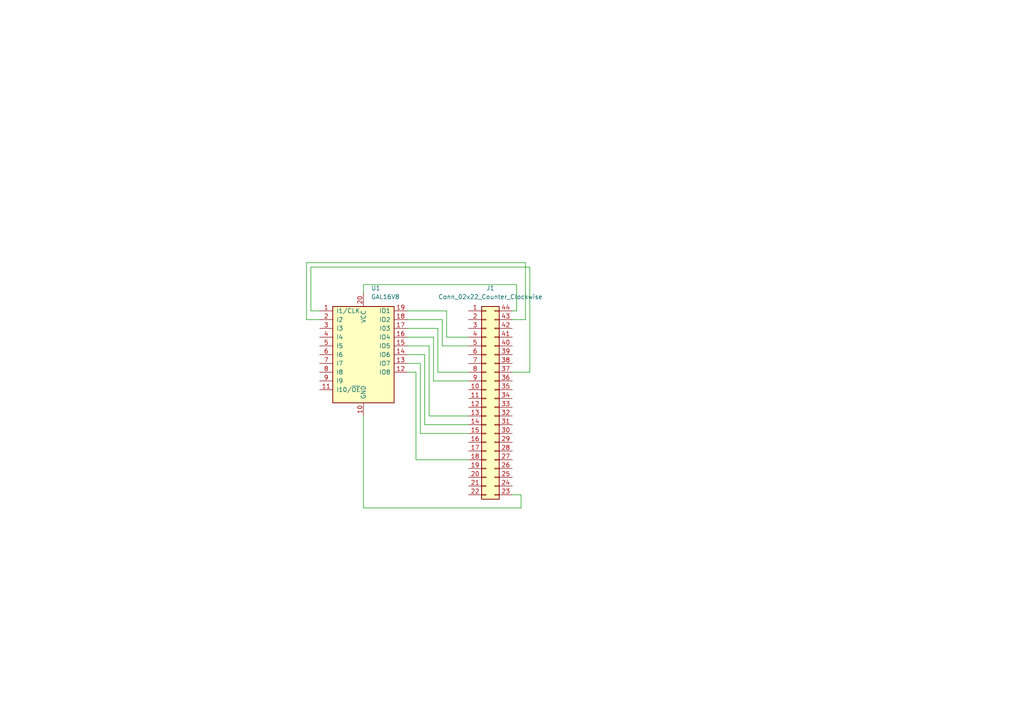
<source format=kicad_sch>
(kicad_sch (version 20230121) (generator eeschema)

  (uuid 243c0dc6-55b4-4fdc-9330-057c0ad77335)

  (paper "A4")

  (lib_symbols
    (symbol "Connector_Generic:Conn_02x22_Counter_Clockwise" (pin_names (offset 1.016) hide) (in_bom yes) (on_board yes)
      (property "Reference" "J" (at 1.27 27.94 0)
        (effects (font (size 1.27 1.27)))
      )
      (property "Value" "Conn_02x22_Counter_Clockwise" (at 1.27 -30.48 0)
        (effects (font (size 1.27 1.27)))
      )
      (property "Footprint" "" (at 0 0 0)
        (effects (font (size 1.27 1.27)) hide)
      )
      (property "Datasheet" "~" (at 0 0 0)
        (effects (font (size 1.27 1.27)) hide)
      )
      (property "ki_keywords" "connector" (at 0 0 0)
        (effects (font (size 1.27 1.27)) hide)
      )
      (property "ki_description" "Generic connector, double row, 02x22, counter clockwise pin numbering scheme (similar to DIP package numbering), script generated (kicad-library-utils/schlib/autogen/connector/)" (at 0 0 0)
        (effects (font (size 1.27 1.27)) hide)
      )
      (property "ki_fp_filters" "Connector*:*_2x??_*" (at 0 0 0)
        (effects (font (size 1.27 1.27)) hide)
      )
      (symbol "Conn_02x22_Counter_Clockwise_1_1"
        (rectangle (start -1.27 -27.813) (end 0 -28.067)
          (stroke (width 0.1524) (type default))
          (fill (type none))
        )
        (rectangle (start -1.27 -25.273) (end 0 -25.527)
          (stroke (width 0.1524) (type default))
          (fill (type none))
        )
        (rectangle (start -1.27 -22.733) (end 0 -22.987)
          (stroke (width 0.1524) (type default))
          (fill (type none))
        )
        (rectangle (start -1.27 -20.193) (end 0 -20.447)
          (stroke (width 0.1524) (type default))
          (fill (type none))
        )
        (rectangle (start -1.27 -17.653) (end 0 -17.907)
          (stroke (width 0.1524) (type default))
          (fill (type none))
        )
        (rectangle (start -1.27 -15.113) (end 0 -15.367)
          (stroke (width 0.1524) (type default))
          (fill (type none))
        )
        (rectangle (start -1.27 -12.573) (end 0 -12.827)
          (stroke (width 0.1524) (type default))
          (fill (type none))
        )
        (rectangle (start -1.27 -10.033) (end 0 -10.287)
          (stroke (width 0.1524) (type default))
          (fill (type none))
        )
        (rectangle (start -1.27 -7.493) (end 0 -7.747)
          (stroke (width 0.1524) (type default))
          (fill (type none))
        )
        (rectangle (start -1.27 -4.953) (end 0 -5.207)
          (stroke (width 0.1524) (type default))
          (fill (type none))
        )
        (rectangle (start -1.27 -2.413) (end 0 -2.667)
          (stroke (width 0.1524) (type default))
          (fill (type none))
        )
        (rectangle (start -1.27 0.127) (end 0 -0.127)
          (stroke (width 0.1524) (type default))
          (fill (type none))
        )
        (rectangle (start -1.27 2.667) (end 0 2.413)
          (stroke (width 0.1524) (type default))
          (fill (type none))
        )
        (rectangle (start -1.27 5.207) (end 0 4.953)
          (stroke (width 0.1524) (type default))
          (fill (type none))
        )
        (rectangle (start -1.27 7.747) (end 0 7.493)
          (stroke (width 0.1524) (type default))
          (fill (type none))
        )
        (rectangle (start -1.27 10.287) (end 0 10.033)
          (stroke (width 0.1524) (type default))
          (fill (type none))
        )
        (rectangle (start -1.27 12.827) (end 0 12.573)
          (stroke (width 0.1524) (type default))
          (fill (type none))
        )
        (rectangle (start -1.27 15.367) (end 0 15.113)
          (stroke (width 0.1524) (type default))
          (fill (type none))
        )
        (rectangle (start -1.27 17.907) (end 0 17.653)
          (stroke (width 0.1524) (type default))
          (fill (type none))
        )
        (rectangle (start -1.27 20.447) (end 0 20.193)
          (stroke (width 0.1524) (type default))
          (fill (type none))
        )
        (rectangle (start -1.27 22.987) (end 0 22.733)
          (stroke (width 0.1524) (type default))
          (fill (type none))
        )
        (rectangle (start -1.27 25.527) (end 0 25.273)
          (stroke (width 0.1524) (type default))
          (fill (type none))
        )
        (rectangle (start -1.27 26.67) (end 3.81 -29.21)
          (stroke (width 0.254) (type default))
          (fill (type background))
        )
        (rectangle (start 3.81 -27.813) (end 2.54 -28.067)
          (stroke (width 0.1524) (type default))
          (fill (type none))
        )
        (rectangle (start 3.81 -25.273) (end 2.54 -25.527)
          (stroke (width 0.1524) (type default))
          (fill (type none))
        )
        (rectangle (start 3.81 -22.733) (end 2.54 -22.987)
          (stroke (width 0.1524) (type default))
          (fill (type none))
        )
        (rectangle (start 3.81 -20.193) (end 2.54 -20.447)
          (stroke (width 0.1524) (type default))
          (fill (type none))
        )
        (rectangle (start 3.81 -17.653) (end 2.54 -17.907)
          (stroke (width 0.1524) (type default))
          (fill (type none))
        )
        (rectangle (start 3.81 -15.113) (end 2.54 -15.367)
          (stroke (width 0.1524) (type default))
          (fill (type none))
        )
        (rectangle (start 3.81 -12.573) (end 2.54 -12.827)
          (stroke (width 0.1524) (type default))
          (fill (type none))
        )
        (rectangle (start 3.81 -10.033) (end 2.54 -10.287)
          (stroke (width 0.1524) (type default))
          (fill (type none))
        )
        (rectangle (start 3.81 -7.493) (end 2.54 -7.747)
          (stroke (width 0.1524) (type default))
          (fill (type none))
        )
        (rectangle (start 3.81 -4.953) (end 2.54 -5.207)
          (stroke (width 0.1524) (type default))
          (fill (type none))
        )
        (rectangle (start 3.81 -2.413) (end 2.54 -2.667)
          (stroke (width 0.1524) (type default))
          (fill (type none))
        )
        (rectangle (start 3.81 0.127) (end 2.54 -0.127)
          (stroke (width 0.1524) (type default))
          (fill (type none))
        )
        (rectangle (start 3.81 2.667) (end 2.54 2.413)
          (stroke (width 0.1524) (type default))
          (fill (type none))
        )
        (rectangle (start 3.81 5.207) (end 2.54 4.953)
          (stroke (width 0.1524) (type default))
          (fill (type none))
        )
        (rectangle (start 3.81 7.747) (end 2.54 7.493)
          (stroke (width 0.1524) (type default))
          (fill (type none))
        )
        (rectangle (start 3.81 10.287) (end 2.54 10.033)
          (stroke (width 0.1524) (type default))
          (fill (type none))
        )
        (rectangle (start 3.81 12.827) (end 2.54 12.573)
          (stroke (width 0.1524) (type default))
          (fill (type none))
        )
        (rectangle (start 3.81 15.367) (end 2.54 15.113)
          (stroke (width 0.1524) (type default))
          (fill (type none))
        )
        (rectangle (start 3.81 17.907) (end 2.54 17.653)
          (stroke (width 0.1524) (type default))
          (fill (type none))
        )
        (rectangle (start 3.81 20.447) (end 2.54 20.193)
          (stroke (width 0.1524) (type default))
          (fill (type none))
        )
        (rectangle (start 3.81 22.987) (end 2.54 22.733)
          (stroke (width 0.1524) (type default))
          (fill (type none))
        )
        (rectangle (start 3.81 25.527) (end 2.54 25.273)
          (stroke (width 0.1524) (type default))
          (fill (type none))
        )
        (pin passive line (at -5.08 25.4 0) (length 3.81)
          (name "Pin_1" (effects (font (size 1.27 1.27))))
          (number "1" (effects (font (size 1.27 1.27))))
        )
        (pin passive line (at -5.08 2.54 0) (length 3.81)
          (name "Pin_10" (effects (font (size 1.27 1.27))))
          (number "10" (effects (font (size 1.27 1.27))))
        )
        (pin passive line (at -5.08 0 0) (length 3.81)
          (name "Pin_11" (effects (font (size 1.27 1.27))))
          (number "11" (effects (font (size 1.27 1.27))))
        )
        (pin passive line (at -5.08 -2.54 0) (length 3.81)
          (name "Pin_12" (effects (font (size 1.27 1.27))))
          (number "12" (effects (font (size 1.27 1.27))))
        )
        (pin passive line (at -5.08 -5.08 0) (length 3.81)
          (name "Pin_13" (effects (font (size 1.27 1.27))))
          (number "13" (effects (font (size 1.27 1.27))))
        )
        (pin passive line (at -5.08 -7.62 0) (length 3.81)
          (name "Pin_14" (effects (font (size 1.27 1.27))))
          (number "14" (effects (font (size 1.27 1.27))))
        )
        (pin passive line (at -5.08 -10.16 0) (length 3.81)
          (name "Pin_15" (effects (font (size 1.27 1.27))))
          (number "15" (effects (font (size 1.27 1.27))))
        )
        (pin passive line (at -5.08 -12.7 0) (length 3.81)
          (name "Pin_16" (effects (font (size 1.27 1.27))))
          (number "16" (effects (font (size 1.27 1.27))))
        )
        (pin passive line (at -5.08 -15.24 0) (length 3.81)
          (name "Pin_17" (effects (font (size 1.27 1.27))))
          (number "17" (effects (font (size 1.27 1.27))))
        )
        (pin passive line (at -5.08 -17.78 0) (length 3.81)
          (name "Pin_18" (effects (font (size 1.27 1.27))))
          (number "18" (effects (font (size 1.27 1.27))))
        )
        (pin passive line (at -5.08 -20.32 0) (length 3.81)
          (name "Pin_19" (effects (font (size 1.27 1.27))))
          (number "19" (effects (font (size 1.27 1.27))))
        )
        (pin passive line (at -5.08 22.86 0) (length 3.81)
          (name "Pin_2" (effects (font (size 1.27 1.27))))
          (number "2" (effects (font (size 1.27 1.27))))
        )
        (pin passive line (at -5.08 -22.86 0) (length 3.81)
          (name "Pin_20" (effects (font (size 1.27 1.27))))
          (number "20" (effects (font (size 1.27 1.27))))
        )
        (pin passive line (at -5.08 -25.4 0) (length 3.81)
          (name "Pin_21" (effects (font (size 1.27 1.27))))
          (number "21" (effects (font (size 1.27 1.27))))
        )
        (pin passive line (at -5.08 -27.94 0) (length 3.81)
          (name "Pin_22" (effects (font (size 1.27 1.27))))
          (number "22" (effects (font (size 1.27 1.27))))
        )
        (pin passive line (at 7.62 -27.94 180) (length 3.81)
          (name "Pin_23" (effects (font (size 1.27 1.27))))
          (number "23" (effects (font (size 1.27 1.27))))
        )
        (pin passive line (at 7.62 -25.4 180) (length 3.81)
          (name "Pin_24" (effects (font (size 1.27 1.27))))
          (number "24" (effects (font (size 1.27 1.27))))
        )
        (pin passive line (at 7.62 -22.86 180) (length 3.81)
          (name "Pin_25" (effects (font (size 1.27 1.27))))
          (number "25" (effects (font (size 1.27 1.27))))
        )
        (pin passive line (at 7.62 -20.32 180) (length 3.81)
          (name "Pin_26" (effects (font (size 1.27 1.27))))
          (number "26" (effects (font (size 1.27 1.27))))
        )
        (pin passive line (at 7.62 -17.78 180) (length 3.81)
          (name "Pin_27" (effects (font (size 1.27 1.27))))
          (number "27" (effects (font (size 1.27 1.27))))
        )
        (pin passive line (at 7.62 -15.24 180) (length 3.81)
          (name "Pin_28" (effects (font (size 1.27 1.27))))
          (number "28" (effects (font (size 1.27 1.27))))
        )
        (pin passive line (at 7.62 -12.7 180) (length 3.81)
          (name "Pin_29" (effects (font (size 1.27 1.27))))
          (number "29" (effects (font (size 1.27 1.27))))
        )
        (pin passive line (at -5.08 20.32 0) (length 3.81)
          (name "Pin_3" (effects (font (size 1.27 1.27))))
          (number "3" (effects (font (size 1.27 1.27))))
        )
        (pin passive line (at 7.62 -10.16 180) (length 3.81)
          (name "Pin_30" (effects (font (size 1.27 1.27))))
          (number "30" (effects (font (size 1.27 1.27))))
        )
        (pin passive line (at 7.62 -7.62 180) (length 3.81)
          (name "Pin_31" (effects (font (size 1.27 1.27))))
          (number "31" (effects (font (size 1.27 1.27))))
        )
        (pin passive line (at 7.62 -5.08 180) (length 3.81)
          (name "Pin_32" (effects (font (size 1.27 1.27))))
          (number "32" (effects (font (size 1.27 1.27))))
        )
        (pin passive line (at 7.62 -2.54 180) (length 3.81)
          (name "Pin_33" (effects (font (size 1.27 1.27))))
          (number "33" (effects (font (size 1.27 1.27))))
        )
        (pin passive line (at 7.62 0 180) (length 3.81)
          (name "Pin_34" (effects (font (size 1.27 1.27))))
          (number "34" (effects (font (size 1.27 1.27))))
        )
        (pin passive line (at 7.62 2.54 180) (length 3.81)
          (name "Pin_35" (effects (font (size 1.27 1.27))))
          (number "35" (effects (font (size 1.27 1.27))))
        )
        (pin passive line (at 7.62 5.08 180) (length 3.81)
          (name "Pin_36" (effects (font (size 1.27 1.27))))
          (number "36" (effects (font (size 1.27 1.27))))
        )
        (pin passive line (at 7.62 7.62 180) (length 3.81)
          (name "Pin_37" (effects (font (size 1.27 1.27))))
          (number "37" (effects (font (size 1.27 1.27))))
        )
        (pin passive line (at 7.62 10.16 180) (length 3.81)
          (name "Pin_38" (effects (font (size 1.27 1.27))))
          (number "38" (effects (font (size 1.27 1.27))))
        )
        (pin passive line (at 7.62 12.7 180) (length 3.81)
          (name "Pin_39" (effects (font (size 1.27 1.27))))
          (number "39" (effects (font (size 1.27 1.27))))
        )
        (pin passive line (at -5.08 17.78 0) (length 3.81)
          (name "Pin_4" (effects (font (size 1.27 1.27))))
          (number "4" (effects (font (size 1.27 1.27))))
        )
        (pin passive line (at 7.62 15.24 180) (length 3.81)
          (name "Pin_40" (effects (font (size 1.27 1.27))))
          (number "40" (effects (font (size 1.27 1.27))))
        )
        (pin passive line (at 7.62 17.78 180) (length 3.81)
          (name "Pin_41" (effects (font (size 1.27 1.27))))
          (number "41" (effects (font (size 1.27 1.27))))
        )
        (pin passive line (at 7.62 20.32 180) (length 3.81)
          (name "Pin_42" (effects (font (size 1.27 1.27))))
          (number "42" (effects (font (size 1.27 1.27))))
        )
        (pin passive line (at 7.62 22.86 180) (length 3.81)
          (name "Pin_43" (effects (font (size 1.27 1.27))))
          (number "43" (effects (font (size 1.27 1.27))))
        )
        (pin passive line (at 7.62 25.4 180) (length 3.81)
          (name "Pin_44" (effects (font (size 1.27 1.27))))
          (number "44" (effects (font (size 1.27 1.27))))
        )
        (pin passive line (at -5.08 15.24 0) (length 3.81)
          (name "Pin_5" (effects (font (size 1.27 1.27))))
          (number "5" (effects (font (size 1.27 1.27))))
        )
        (pin passive line (at -5.08 12.7 0) (length 3.81)
          (name "Pin_6" (effects (font (size 1.27 1.27))))
          (number "6" (effects (font (size 1.27 1.27))))
        )
        (pin passive line (at -5.08 10.16 0) (length 3.81)
          (name "Pin_7" (effects (font (size 1.27 1.27))))
          (number "7" (effects (font (size 1.27 1.27))))
        )
        (pin passive line (at -5.08 7.62 0) (length 3.81)
          (name "Pin_8" (effects (font (size 1.27 1.27))))
          (number "8" (effects (font (size 1.27 1.27))))
        )
        (pin passive line (at -5.08 5.08 0) (length 3.81)
          (name "Pin_9" (effects (font (size 1.27 1.27))))
          (number "9" (effects (font (size 1.27 1.27))))
        )
      )
    )
    (symbol "Logic_Programmable:GAL16V8" (pin_names (offset 1.016)) (in_bom yes) (on_board yes)
      (property "Reference" "U" (at -8.89 16.51 0)
        (effects (font (size 1.27 1.27)) (justify left))
      )
      (property "Value" "GAL16V8" (at 1.27 16.51 0)
        (effects (font (size 1.27 1.27)) (justify left))
      )
      (property "Footprint" "" (at 0 0 0)
        (effects (font (size 1.27 1.27)) hide)
      )
      (property "Datasheet" "" (at 0 0 0)
        (effects (font (size 1.27 1.27)) hide)
      )
      (property "ki_keywords" "GAL PLD 16V8" (at 0 0 0)
        (effects (font (size 1.27 1.27)) hide)
      )
      (property "ki_description" "Programmable Logic Array, DIP-20/SOIC-20/PLCC-20" (at 0 0 0)
        (effects (font (size 1.27 1.27)) hide)
      )
      (property "ki_fp_filters" "DIP* PDIP* SOIC* SO* PLCC*" (at 0 0 0)
        (effects (font (size 1.27 1.27)) hide)
      )
      (symbol "GAL16V8_0_0"
        (pin power_in line (at 0 -17.78 90) (length 3.81)
          (name "GND" (effects (font (size 1.27 1.27))))
          (number "10" (effects (font (size 1.27 1.27))))
        )
        (pin power_in line (at 0 17.78 270) (length 3.81)
          (name "VCC" (effects (font (size 1.27 1.27))))
          (number "20" (effects (font (size 1.27 1.27))))
        )
      )
      (symbol "GAL16V8_0_1"
        (rectangle (start -8.89 13.97) (end 8.89 -13.97)
          (stroke (width 0.254) (type default))
          (fill (type background))
        )
      )
      (symbol "GAL16V8_1_1"
        (pin input line (at -12.7 12.7 0) (length 3.81)
          (name "I1/CLK" (effects (font (size 1.27 1.27))))
          (number "1" (effects (font (size 1.27 1.27))))
        )
        (pin input line (at -12.7 -10.16 0) (length 3.81)
          (name "I10/~{OE}" (effects (font (size 1.27 1.27))))
          (number "11" (effects (font (size 1.27 1.27))))
        )
        (pin tri_state line (at 12.7 -5.08 180) (length 3.81)
          (name "IO8" (effects (font (size 1.27 1.27))))
          (number "12" (effects (font (size 1.27 1.27))))
        )
        (pin tri_state line (at 12.7 -2.54 180) (length 3.81)
          (name "IO7" (effects (font (size 1.27 1.27))))
          (number "13" (effects (font (size 1.27 1.27))))
        )
        (pin tri_state line (at 12.7 0 180) (length 3.81)
          (name "IO6" (effects (font (size 1.27 1.27))))
          (number "14" (effects (font (size 1.27 1.27))))
        )
        (pin tri_state line (at 12.7 2.54 180) (length 3.81)
          (name "IO5" (effects (font (size 1.27 1.27))))
          (number "15" (effects (font (size 1.27 1.27))))
        )
        (pin tri_state line (at 12.7 5.08 180) (length 3.81)
          (name "IO4" (effects (font (size 1.27 1.27))))
          (number "16" (effects (font (size 1.27 1.27))))
        )
        (pin tri_state line (at 12.7 7.62 180) (length 3.81)
          (name "I03" (effects (font (size 1.27 1.27))))
          (number "17" (effects (font (size 1.27 1.27))))
        )
        (pin tri_state line (at 12.7 10.16 180) (length 3.81)
          (name "IO2" (effects (font (size 1.27 1.27))))
          (number "18" (effects (font (size 1.27 1.27))))
        )
        (pin tri_state line (at 12.7 12.7 180) (length 3.81)
          (name "IO1" (effects (font (size 1.27 1.27))))
          (number "19" (effects (font (size 1.27 1.27))))
        )
        (pin input line (at -12.7 10.16 0) (length 3.81)
          (name "I2" (effects (font (size 1.27 1.27))))
          (number "2" (effects (font (size 1.27 1.27))))
        )
        (pin input line (at -12.7 7.62 0) (length 3.81)
          (name "I3" (effects (font (size 1.27 1.27))))
          (number "3" (effects (font (size 1.27 1.27))))
        )
        (pin input line (at -12.7 5.08 0) (length 3.81)
          (name "I4" (effects (font (size 1.27 1.27))))
          (number "4" (effects (font (size 1.27 1.27))))
        )
        (pin input line (at -12.7 2.54 0) (length 3.81)
          (name "I5" (effects (font (size 1.27 1.27))))
          (number "5" (effects (font (size 1.27 1.27))))
        )
        (pin input line (at -12.7 0 0) (length 3.81)
          (name "I6" (effects (font (size 1.27 1.27))))
          (number "6" (effects (font (size 1.27 1.27))))
        )
        (pin input line (at -12.7 -2.54 0) (length 3.81)
          (name "I7" (effects (font (size 1.27 1.27))))
          (number "7" (effects (font (size 1.27 1.27))))
        )
        (pin input line (at -12.7 -5.08 0) (length 3.81)
          (name "I8" (effects (font (size 1.27 1.27))))
          (number "8" (effects (font (size 1.27 1.27))))
        )
        (pin input line (at -12.7 -7.62 0) (length 3.81)
          (name "I9" (effects (font (size 1.27 1.27))))
          (number "9" (effects (font (size 1.27 1.27))))
        )
      )
    )
  )


  (wire (pts (xy 88.9 76.2) (xy 152.4 76.2))
    (stroke (width 0) (type default))
    (uuid 09e81d73-bdbf-41cf-9c0c-303382bd4f7e)
  )
  (wire (pts (xy 151.13 147.32) (xy 151.13 143.51))
    (stroke (width 0) (type default))
    (uuid 1150ca49-eec2-4fc6-a78c-2f44066e0a48)
  )
  (wire (pts (xy 92.71 90.17) (xy 90.17 90.17))
    (stroke (width 0) (type default))
    (uuid 16d75081-f0b4-4d2d-967f-b76e96fd90f2)
  )
  (wire (pts (xy 152.4 76.2) (xy 152.4 92.71))
    (stroke (width 0) (type default))
    (uuid 1cace8e4-f68b-4b1c-9bb3-1ae6951e4b09)
  )
  (wire (pts (xy 127 107.95) (xy 135.89 107.95))
    (stroke (width 0) (type default))
    (uuid 20766ccf-b9f1-46b7-b973-5c81094f2a2d)
  )
  (wire (pts (xy 123.19 102.87) (xy 123.19 123.19))
    (stroke (width 0) (type default))
    (uuid 2dd3df3e-63ee-4c40-80af-7ee1d8149099)
  )
  (wire (pts (xy 125.73 110.49) (xy 125.73 97.79))
    (stroke (width 0) (type default))
    (uuid 2dd64b29-47a3-4672-8e05-0993f94bf54b)
  )
  (wire (pts (xy 128.27 92.71) (xy 128.27 100.33))
    (stroke (width 0) (type default))
    (uuid 35a6a730-edae-490f-bc09-d8ee0493bebf)
  )
  (wire (pts (xy 127 95.25) (xy 127 107.95))
    (stroke (width 0) (type default))
    (uuid 3a7882fc-cd3d-489e-81a4-c67e5c6fe8b9)
  )
  (wire (pts (xy 118.11 95.25) (xy 127 95.25))
    (stroke (width 0) (type default))
    (uuid 40757bb8-3150-4a5a-8925-45be11b537e3)
  )
  (wire (pts (xy 124.46 100.33) (xy 124.46 120.65))
    (stroke (width 0) (type default))
    (uuid 42d83d37-fbbf-44a8-a6e2-cd7e021dd5d4)
  )
  (wire (pts (xy 125.73 97.79) (xy 118.11 97.79))
    (stroke (width 0) (type default))
    (uuid 4874df2f-32da-49fc-86ed-70633fa5c13c)
  )
  (wire (pts (xy 153.67 107.95) (xy 148.59 107.95))
    (stroke (width 0) (type default))
    (uuid 5868a83e-8955-4b89-9c34-e041d49e580f)
  )
  (wire (pts (xy 118.11 100.33) (xy 124.46 100.33))
    (stroke (width 0) (type default))
    (uuid 63f424d2-941a-4228-bcac-f9962f26c265)
  )
  (wire (pts (xy 149.86 90.17) (xy 148.59 90.17))
    (stroke (width 0) (type default))
    (uuid 6aab2711-28a8-49f2-bdb4-455274712bc4)
  )
  (wire (pts (xy 123.19 123.19) (xy 135.89 123.19))
    (stroke (width 0) (type default))
    (uuid 6f536e9f-d815-490e-a3c0-eba884cf15b5)
  )
  (wire (pts (xy 105.41 120.65) (xy 105.41 147.32))
    (stroke (width 0) (type default))
    (uuid 71daaace-036c-441f-9b73-f5fc93fdefa6)
  )
  (wire (pts (xy 151.13 143.51) (xy 148.59 143.51))
    (stroke (width 0) (type default))
    (uuid 75e19ef1-839d-4a84-9c28-936fd65891b0)
  )
  (wire (pts (xy 118.11 92.71) (xy 128.27 92.71))
    (stroke (width 0) (type default))
    (uuid 797bab07-91c5-4d18-a97d-5bc9daae7a6a)
  )
  (wire (pts (xy 88.9 92.71) (xy 88.9 76.2))
    (stroke (width 0) (type default))
    (uuid 7abe1b86-a1d4-4702-bbfe-d46cf00d5dea)
  )
  (wire (pts (xy 152.4 92.71) (xy 148.59 92.71))
    (stroke (width 0) (type default))
    (uuid 81ff2f0d-a371-4894-84d6-7a82f12c8470)
  )
  (wire (pts (xy 153.67 77.47) (xy 153.67 107.95))
    (stroke (width 0) (type default))
    (uuid 8520ad31-a097-401f-aac9-40b8b9114f44)
  )
  (wire (pts (xy 120.65 133.35) (xy 135.89 133.35))
    (stroke (width 0) (type default))
    (uuid 8df75eee-4a82-4efc-b692-50f4f45b38bd)
  )
  (wire (pts (xy 149.86 82.55) (xy 149.86 90.17))
    (stroke (width 0) (type default))
    (uuid 9600a534-b37e-461c-8747-f4caecf2b1b9)
  )
  (wire (pts (xy 129.54 90.17) (xy 129.54 97.79))
    (stroke (width 0) (type default))
    (uuid 969cb162-5bb4-4c19-8054-8b70ae4f1d35)
  )
  (wire (pts (xy 90.17 77.47) (xy 153.67 77.47))
    (stroke (width 0) (type default))
    (uuid 9d84ccc3-46cc-4695-8abb-3636f71d2b15)
  )
  (wire (pts (xy 105.41 82.55) (xy 149.86 82.55))
    (stroke (width 0) (type default))
    (uuid a4e26d38-44b8-4a08-9c1f-73d571bd2a09)
  )
  (wire (pts (xy 121.92 125.73) (xy 135.89 125.73))
    (stroke (width 0) (type default))
    (uuid a71821b2-50d9-4d26-bf48-62c2641af92d)
  )
  (wire (pts (xy 105.41 85.09) (xy 105.41 82.55))
    (stroke (width 0) (type default))
    (uuid a7383d25-ab0f-4f69-a17b-df54f1e7b5b6)
  )
  (wire (pts (xy 90.17 90.17) (xy 90.17 77.47))
    (stroke (width 0) (type default))
    (uuid a857e94c-4cae-4dfc-9b57-f02160c8e802)
  )
  (wire (pts (xy 118.11 105.41) (xy 121.92 105.41))
    (stroke (width 0) (type default))
    (uuid aa83f6de-05f7-4d22-bddf-cbfc3a39c0c2)
  )
  (wire (pts (xy 118.11 107.95) (xy 120.65 107.95))
    (stroke (width 0) (type default))
    (uuid ae4c0ec6-5677-4b45-9c83-259c5180f91b)
  )
  (wire (pts (xy 118.11 102.87) (xy 123.19 102.87))
    (stroke (width 0) (type default))
    (uuid b7c73ca2-31db-4e55-be5a-911f53908195)
  )
  (wire (pts (xy 120.65 107.95) (xy 120.65 133.35))
    (stroke (width 0) (type default))
    (uuid b99983f8-aea9-4642-a62f-42b360db938c)
  )
  (wire (pts (xy 124.46 120.65) (xy 135.89 120.65))
    (stroke (width 0) (type default))
    (uuid c679159f-a584-4b33-bbe7-8a84b0597d82)
  )
  (wire (pts (xy 118.11 90.17) (xy 129.54 90.17))
    (stroke (width 0) (type default))
    (uuid c7858a35-23f8-4057-a93e-aed0b9831568)
  )
  (wire (pts (xy 121.92 105.41) (xy 121.92 125.73))
    (stroke (width 0) (type default))
    (uuid ccd6a8e3-d511-40ad-8c6b-8d3fe33d447f)
  )
  (wire (pts (xy 135.89 110.49) (xy 125.73 110.49))
    (stroke (width 0) (type default))
    (uuid d0d7ab7d-3f5a-4902-afe3-60e66def179b)
  )
  (wire (pts (xy 129.54 97.79) (xy 135.89 97.79))
    (stroke (width 0) (type default))
    (uuid d6d47e74-3683-4be8-a006-9d28afc1bb3f)
  )
  (wire (pts (xy 128.27 100.33) (xy 135.89 100.33))
    (stroke (width 0) (type default))
    (uuid d9e7c5d9-9729-449e-bf43-0583e5235bef)
  )
  (wire (pts (xy 92.71 92.71) (xy 88.9 92.71))
    (stroke (width 0) (type default))
    (uuid ef11a503-9ede-4d8e-ae6a-1c1d5fa472d9)
  )
  (wire (pts (xy 105.41 147.32) (xy 151.13 147.32))
    (stroke (width 0) (type default))
    (uuid f4b37dd8-269d-4540-89ff-a6de7be4c6f2)
  )

  (symbol (lib_id "Logic_Programmable:GAL16V8") (at 105.41 102.87 0) (unit 1)
    (in_bom yes) (on_board yes) (dnp no) (fields_autoplaced)
    (uuid 5c35d58b-46e0-44f5-8975-4f66c90bc5f6)
    (property "Reference" "U1" (at 107.6041 83.566 0)
      (effects (font (size 1.27 1.27)) (justify left))
    )
    (property "Value" "GAL16V8" (at 107.6041 86.106 0)
      (effects (font (size 1.27 1.27)) (justify left))
    )
    (property "Footprint" "Package_LCC:PLCC-20" (at 105.41 102.87 0)
      (effects (font (size 1.27 1.27)) hide)
    )
    (property "Datasheet" "" (at 105.41 102.87 0)
      (effects (font (size 1.27 1.27)) hide)
    )
    (pin "5" (uuid e402505d-6826-49aa-89a5-67b7a2ebee47))
    (pin "10" (uuid 35497d45-2f13-49b2-8b5e-3305dcff1573))
    (pin "6" (uuid 3ea2c01c-ef8c-41fd-827b-9dbee6818e31))
    (pin "12" (uuid f3834410-4f9c-401b-b50c-db4fa841fbe2))
    (pin "14" (uuid 6f59acda-1783-47cf-b96d-188abf7716bd))
    (pin "17" (uuid 353850ed-940b-4b0a-87a4-c6f9d5580024))
    (pin "7" (uuid 7130b541-a567-4d1e-a7c7-6bc97c433e0c))
    (pin "16" (uuid dede4028-8d16-4c0d-9b7c-88cbd8335bfd))
    (pin "13" (uuid bf15cafc-8a3c-4be0-a3e1-e7cd3a33216c))
    (pin "20" (uuid 125c29e0-02ae-4265-8649-96a1b2b6cb12))
    (pin "3" (uuid 32320ca2-bad7-43ea-8e2c-f91016912a3e))
    (pin "1" (uuid 35fc66d5-cec5-4d9e-a7ea-47070d401978))
    (pin "9" (uuid d1102605-b81b-4f6c-ae70-e634dcd3d8c8))
    (pin "15" (uuid eb949200-a373-49c9-a290-5ef19059c1fa))
    (pin "11" (uuid 6c23a8e3-413f-4b48-810b-0fc0e4a31053))
    (pin "8" (uuid 42351efb-44f2-460e-abfb-bd4201a445d1))
    (pin "2" (uuid 0d157f59-8bbb-4fcb-bb9c-c8aee028f749))
    (pin "18" (uuid ddc55197-93e0-4ddf-a993-85e45e2ff6b8))
    (pin "4" (uuid 9654a4e0-2fa7-48b4-9c8e-236e53910ac2))
    (pin "19" (uuid 0bb17c44-5bd4-4410-abd9-a5f6b309d022))
    (instances
      (project "pldSCHWIM_PLCC"
        (path "/243c0dc6-55b4-4fdc-9330-057c0ad77335"
          (reference "U1") (unit 1)
        )
      )
    )
  )

  (symbol (lib_id "Connector_Generic:Conn_02x22_Counter_Clockwise") (at 140.97 115.57 0) (unit 1)
    (in_bom yes) (on_board yes) (dnp no) (fields_autoplaced)
    (uuid 856b6350-18cb-4fbf-bb78-0db47cae0b38)
    (property "Reference" "J1" (at 142.24 83.566 0)
      (effects (font (size 1.27 1.27)))
    )
    (property "Value" "Conn_02x22_Counter_Clockwise" (at 142.24 86.106 0)
      (effects (font (size 1.27 1.27)))
    )
    (property "Footprint" "pldSCHWIM:PLCC44_PCB" (at 140.97 115.57 0)
      (effects (font (size 1.27 1.27)) hide)
    )
    (property "Datasheet" "~" (at 140.97 115.57 0)
      (effects (font (size 1.27 1.27)) hide)
    )
    (pin "11" (uuid 732e80f7-da44-4e6e-a1bb-ba660202d6b0))
    (pin "18" (uuid 02cabd4c-8eac-4a2b-84a0-dddbbcaac10e))
    (pin "24" (uuid 3766deb8-4c64-4326-8a65-18ef21c97a6a))
    (pin "6" (uuid 1de67150-a41e-4f47-9d24-5e45577f28f5))
    (pin "17" (uuid f7c854ba-3339-4b1b-a51a-8de62addc6f7))
    (pin "8" (uuid b35f6195-9ce3-48a4-891d-d482c87c2f85))
    (pin "35" (uuid 9d7759fb-7d3b-433c-9e34-7cb9ac441eac))
    (pin "23" (uuid 6065d02c-58c1-4b4d-a948-722fd098afdc))
    (pin "13" (uuid efbc07d9-4e00-44ff-aaa4-41f601ed76fa))
    (pin "10" (uuid 00b1abed-47cb-4886-82fc-baa97b5f90c7))
    (pin "43" (uuid c6462224-fc2e-474f-ac05-a018bcf1d814))
    (pin "12" (uuid 2084ba32-97af-4c5d-b5ff-b8c4944fd896))
    (pin "4" (uuid aba3d4fe-0de0-474e-8a5c-23b4c4ee94d1))
    (pin "25" (uuid 0dc95c7c-fc54-496f-aa3b-ef98ea28e55d))
    (pin "2" (uuid 4bfed075-bb6c-46f4-b5fe-b842ea8004d0))
    (pin "19" (uuid 38d0b5fa-31bc-49a7-b447-6413f196eeb2))
    (pin "21" (uuid bf3e3400-fa04-4e52-8908-9e1d1adef492))
    (pin "30" (uuid 05f20d92-45a1-498f-8747-f0aa10d3f42e))
    (pin "5" (uuid 7e22ed5a-542f-4eb4-8ca0-9d5fa9de45cb))
    (pin "29" (uuid 8d4480d4-13e3-4f6b-97c2-987a209ccbcc))
    (pin "14" (uuid e3cec5dd-3b64-4dbd-9cf5-1ca486b27828))
    (pin "28" (uuid fdca1f04-4f72-4868-8f36-4e8817ac632f))
    (pin "22" (uuid 7d3bd745-3420-4ff0-9777-7fdef2356c50))
    (pin "26" (uuid bc766a9e-42f0-48df-93b6-c261a7fc0628))
    (pin "1" (uuid 7350de05-ce06-48db-9fa1-903e20b9c6f0))
    (pin "34" (uuid f73a1d9d-3211-471c-85d5-647e49dea971))
    (pin "15" (uuid a99c8126-dd03-4ac0-8216-54cbfb3cb247))
    (pin "16" (uuid 59966331-03a4-4e4d-8a1e-a8aabe6a7bdd))
    (pin "20" (uuid f2e86cd9-2aed-41d7-bad7-f1f68ae7bd29))
    (pin "31" (uuid d9236684-8347-4dd0-b6b0-a5e8112c1028))
    (pin "39" (uuid 50b77d32-5248-4a69-9279-94619fc74918))
    (pin "44" (uuid 3def8ebd-4337-446f-afd8-0a14c98e8301))
    (pin "27" (uuid 8f800519-afc5-4045-b2fc-32ec80857cb3))
    (pin "38" (uuid fcb8b892-3302-4dc8-bac7-d9d04a3d6a22))
    (pin "32" (uuid 7cbb8783-a6dd-4f72-b0ec-1439d201b557))
    (pin "36" (uuid fef33ed3-88dc-4892-8f91-0addb9e4157c))
    (pin "40" (uuid f479847e-606c-46b5-b67b-c8c40d3549af))
    (pin "41" (uuid e25ed84a-38be-4365-a2d2-253f905c5bce))
    (pin "7" (uuid 7d043df8-6720-4e70-a505-4fde223ef8d8))
    (pin "37" (uuid 8cd791ed-4768-459e-adb0-221d48725ca0))
    (pin "42" (uuid c0a0e268-12ef-4456-a8c8-9835ba9bde25))
    (pin "33" (uuid 06a3eb95-4212-47fd-9dfc-a431b39fff57))
    (pin "3" (uuid 4f22fb6c-a45d-4e00-9430-126155d73873))
    (pin "9" (uuid 235aa098-644a-4d93-940c-7d24a13e54ec))
    (instances
      (project "pldSCHWIM_PLCC"
        (path "/243c0dc6-55b4-4fdc-9330-057c0ad77335"
          (reference "J1") (unit 1)
        )
      )
    )
  )

  (sheet_instances
    (path "/" (page "1"))
  )
)

</source>
